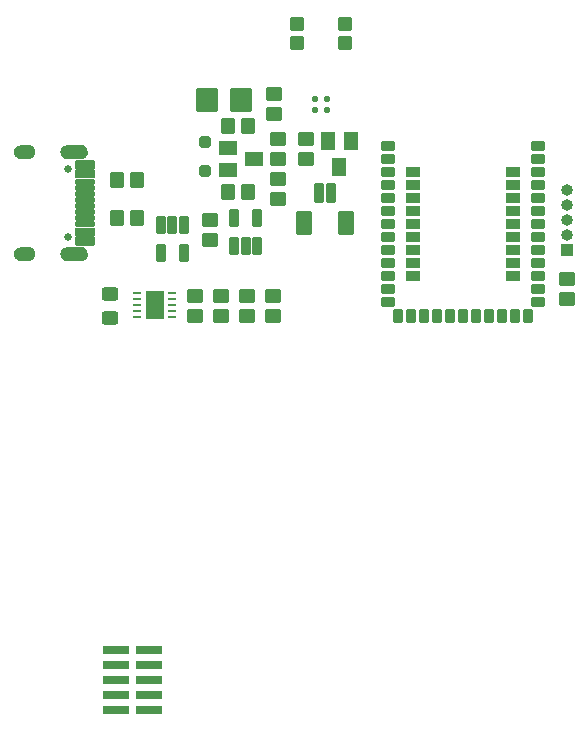
<source format=gbr>
%TF.GenerationSoftware,KiCad,Pcbnew,7.0.6-7.0.6~ubuntu20.04.1*%
%TF.CreationDate,2023-08-02T11:15:27+01:00*%
%TF.ProjectId,concept2creation,636f6e63-6570-4743-9263-72656174696f,rev?*%
%TF.SameCoordinates,Original*%
%TF.FileFunction,Soldermask,Top*%
%TF.FilePolarity,Negative*%
%FSLAX46Y46*%
G04 Gerber Fmt 4.6, Leading zero omitted, Abs format (unit mm)*
G04 Created by KiCad (PCBNEW 7.0.6-7.0.6~ubuntu20.04.1) date 2023-08-02 11:15:27*
%MOMM*%
%LPD*%
G01*
G04 APERTURE LIST*
G04 Aperture macros list*
%AMRoundRect*
0 Rectangle with rounded corners*
0 $1 Rounding radius*
0 $2 $3 $4 $5 $6 $7 $8 $9 X,Y pos of 4 corners*
0 Add a 4 corners polygon primitive as box body*
4,1,4,$2,$3,$4,$5,$6,$7,$8,$9,$2,$3,0*
0 Add four circle primitives for the rounded corners*
1,1,$1+$1,$2,$3*
1,1,$1+$1,$4,$5*
1,1,$1+$1,$6,$7*
1,1,$1+$1,$8,$9*
0 Add four rect primitives between the rounded corners*
20,1,$1+$1,$2,$3,$4,$5,0*
20,1,$1+$1,$4,$5,$6,$7,0*
20,1,$1+$1,$6,$7,$8,$9,0*
20,1,$1+$1,$8,$9,$2,$3,0*%
G04 Aperture macros list end*
%ADD10RoundRect,0.101600X-0.500000X-0.550000X0.500000X-0.550000X0.500000X0.550000X-0.500000X0.550000X0*%
%ADD11R,1.000000X1.000000*%
%ADD12O,1.000000X1.000000*%
%ADD13RoundRect,0.250000X0.250000X-0.250000X0.250000X0.250000X-0.250000X0.250000X-0.250000X-0.250000X0*%
%ADD14RoundRect,0.101600X0.500000X0.700000X-0.500000X0.700000X-0.500000X-0.700000X0.500000X-0.700000X0*%
%ADD15RoundRect,0.101600X-0.700000X0.500000X-0.700000X-0.500000X0.700000X-0.500000X0.700000X0.500000X0*%
%ADD16RoundRect,0.101600X0.550000X-0.500000X0.550000X0.500000X-0.550000X0.500000X-0.550000X-0.500000X0*%
%ADD17C,0.650000*%
%ADD18RoundRect,0.101600X-0.725000X0.150000X-0.725000X-0.150000X0.725000X-0.150000X0.725000X0.150000X0*%
%ADD19RoundRect,0.101600X0.725000X-0.150000X0.725000X0.150000X-0.725000X0.150000X-0.725000X-0.150000X0*%
%ADD20RoundRect,0.101600X-0.725000X0.300000X-0.725000X-0.300000X0.725000X-0.300000X0.725000X0.300000X0*%
%ADD21RoundRect,0.101600X0.725000X-0.300000X0.725000X0.300000X-0.725000X0.300000X-0.725000X-0.300000X0*%
%ADD22RoundRect,0.601600X-0.550000X0.000000X-0.550000X0.000000X0.550000X0.000000X0.550000X0.000000X0*%
%ADD23RoundRect,0.601600X-0.300000X0.000000X-0.300000X0.000000X0.300000X0.000000X0.300000X0.000000X0*%
%ADD24RoundRect,0.101600X-0.725000X0.275000X-0.725000X-0.275000X0.725000X-0.275000X0.725000X0.275000X0*%
%ADD25RoundRect,0.101600X0.725000X-0.275000X0.725000X0.275000X-0.725000X0.275000X-0.725000X-0.275000X0*%
%ADD26RoundRect,0.101600X-0.550000X0.500000X-0.550000X-0.500000X0.550000X-0.500000X0.550000X0.500000X0*%
%ADD27R,0.706399X0.254800*%
%ADD28R,1.600200X2.387600*%
%ADD29RoundRect,0.146600X-0.255000X-0.630000X0.255000X-0.630000X0.255000X0.630000X-0.255000X0.630000X0*%
%ADD30RoundRect,0.101600X-0.450000X-0.500000X0.450000X-0.500000X0.450000X0.500000X-0.450000X0.500000X0*%
%ADD31RoundRect,0.101600X-0.350000X-0.449998X0.350000X-0.449998X0.350000X0.449998X-0.350000X0.449998X0*%
%ADD32RoundRect,0.101600X-0.449998X0.350000X-0.449998X-0.350000X0.449998X-0.350000X0.449998X0.350000X0*%
%ADD33RoundRect,0.101600X0.449998X-0.350000X0.449998X0.350000X-0.449998X0.350000X-0.449998X-0.350000X0*%
%ADD34RoundRect,0.101600X-0.499998X0.350000X-0.499998X-0.350000X0.499998X-0.350000X0.499998X0.350000X0*%
%ADD35RoundRect,0.101600X0.500000X0.550000X-0.500000X0.550000X-0.500000X-0.550000X0.500000X-0.550000X0*%
%ADD36RoundRect,0.101600X-0.800000X-0.901500X0.800000X-0.901500X0.800000X0.901500X-0.800000X0.901500X0*%
%ADD37R,2.220000X0.740000*%
%ADD38RoundRect,0.250000X0.450000X-0.325000X0.450000X0.325000X-0.450000X0.325000X-0.450000X-0.325000X0*%
%ADD39RoundRect,0.146600X0.255000X0.630000X-0.255000X0.630000X-0.255000X-0.630000X0.255000X-0.630000X0*%
%ADD40RoundRect,0.137500X0.137500X-0.137500X0.137500X0.137500X-0.137500X0.137500X-0.137500X-0.137500X0*%
%ADD41RoundRect,0.101600X-0.300000X-0.775000X0.300000X-0.775000X0.300000X0.775000X-0.300000X0.775000X0*%
%ADD42RoundRect,0.101600X-0.600000X-0.900000X0.600000X-0.900000X0.600000X0.900000X-0.600000X0.900000X0*%
G04 APERTURE END LIST*
%TO.C,J1*%
G36*
X29830195Y-80050684D02*
G01*
X29968426Y-80114354D01*
X30085466Y-80211632D01*
X30173537Y-80336161D01*
X30240052Y-80629669D01*
X30226064Y-80781350D01*
X30173342Y-80924114D01*
X30085466Y-81048368D01*
X29968426Y-81145646D01*
X29830195Y-81209316D01*
X29680426Y-81235000D01*
X28479552Y-81235000D01*
X28331226Y-81208178D01*
X28194706Y-81143791D01*
X28079503Y-81046264D01*
X27993467Y-80922243D01*
X27942462Y-80780181D01*
X27929983Y-80630000D01*
X27942462Y-80479819D01*
X27993467Y-80337757D01*
X28079503Y-80213736D01*
X28194962Y-80115991D01*
X28479219Y-80025000D01*
X29680426Y-80025000D01*
X29830195Y-80050684D01*
G37*
G36*
X25357309Y-80049006D02*
G01*
X25504088Y-80109092D01*
X25630315Y-80205119D01*
X25727593Y-80330811D01*
X25810091Y-80633666D01*
X25788689Y-80791178D01*
X25727387Y-80937455D01*
X25630315Y-81062881D01*
X25504088Y-81158908D01*
X25357309Y-81218994D01*
X25200317Y-81239000D01*
X24599662Y-81239000D01*
X24444115Y-81217860D01*
X24299045Y-81157057D01*
X24174655Y-81060780D01*
X24079422Y-80935588D01*
X24019835Y-80790015D01*
X23999960Y-80634000D01*
X24019835Y-80477985D01*
X24079422Y-80332412D01*
X24174655Y-80207220D01*
X24299311Y-80110737D01*
X24599331Y-80029000D01*
X25200317Y-80029000D01*
X25357309Y-80049006D01*
G37*
G36*
X29830195Y-88690684D02*
G01*
X29968426Y-88754354D01*
X30085466Y-88851632D01*
X30173537Y-88976161D01*
X30240052Y-89269669D01*
X30226064Y-89421350D01*
X30173342Y-89564114D01*
X30085466Y-89688368D01*
X29968426Y-89785646D01*
X29830195Y-89849316D01*
X29680426Y-89875000D01*
X28479552Y-89875000D01*
X28331226Y-89848178D01*
X28194706Y-89783791D01*
X28079503Y-89686264D01*
X27993467Y-89562243D01*
X27942462Y-89420181D01*
X27929983Y-89270000D01*
X27942462Y-89119819D01*
X27993467Y-88977757D01*
X28079503Y-88853736D01*
X28194962Y-88755991D01*
X28479219Y-88665000D01*
X29680426Y-88665000D01*
X29830195Y-88690684D01*
G37*
G36*
X25357309Y-88685006D02*
G01*
X25504088Y-88745092D01*
X25630315Y-88841119D01*
X25727593Y-88966811D01*
X25810091Y-89269666D01*
X25788689Y-89427178D01*
X25727387Y-89573455D01*
X25630315Y-89698881D01*
X25504088Y-89794908D01*
X25357309Y-89854994D01*
X25200317Y-89875000D01*
X24599662Y-89875000D01*
X24444115Y-89853860D01*
X24299045Y-89793057D01*
X24174655Y-89696780D01*
X24079422Y-89571588D01*
X24019835Y-89426015D01*
X23999960Y-89270000D01*
X24019835Y-89113985D01*
X24079422Y-88968412D01*
X24174655Y-88843220D01*
X24299311Y-88746737D01*
X24599331Y-88665000D01*
X25200317Y-88665000D01*
X25357309Y-88685006D01*
G37*
%TD*%
D10*
%TO.C,R99*%
X32750000Y-83000000D03*
X34450000Y-83000000D03*
%TD*%
D11*
%TO.C,J2*%
X70800000Y-88940000D03*
D12*
X70800000Y-87670000D03*
X70800000Y-86400000D03*
X70800000Y-85130000D03*
X70800000Y-83860000D03*
%TD*%
D10*
%TO.C,R100*%
X32750000Y-86200000D03*
X34450000Y-86200000D03*
%TD*%
D13*
%TO.C,D122*%
X40200000Y-82250000D03*
X40200000Y-79750000D03*
%TD*%
D10*
%TO.C,C2*%
X42150000Y-84000000D03*
X43850000Y-84000000D03*
%TD*%
D14*
%TO.C,U2*%
X52489600Y-79700000D03*
X50589600Y-79700000D03*
X51539600Y-81900000D03*
%TD*%
D15*
%TO.C,Q6*%
X42100000Y-80250000D03*
X42100000Y-82150000D03*
X44300000Y-81200000D03*
%TD*%
D16*
%TO.C,R90*%
X46339600Y-84650000D03*
X46339600Y-82950000D03*
%TD*%
%TO.C,R92*%
X46339600Y-81250000D03*
X46339600Y-79550000D03*
%TD*%
%TO.C,R95*%
X40600000Y-88049000D03*
X40600000Y-86349000D03*
%TD*%
D17*
%TO.C,J1*%
X28555000Y-82060000D03*
X28555000Y-87840000D03*
D18*
X30000000Y-83700000D03*
X30000000Y-84700000D03*
D19*
X30000000Y-85200000D03*
X30000000Y-86200000D03*
X30000000Y-86700000D03*
X30000000Y-85700000D03*
D18*
X30000000Y-84200000D03*
X30000000Y-83200000D03*
D20*
X30000000Y-81725000D03*
D21*
X30000000Y-88175000D03*
D22*
X29085000Y-80630000D03*
D23*
X24905000Y-80630000D03*
D22*
X29085000Y-89270000D03*
D23*
X24905000Y-89270000D03*
D24*
X30000000Y-82500000D03*
D25*
X30000000Y-87400000D03*
%TD*%
D26*
%TO.C,C5*%
X41495801Y-92802000D03*
X41495801Y-94502000D03*
%TD*%
%TO.C,C3*%
X45895801Y-92802000D03*
X45895801Y-94502000D03*
%TD*%
D27*
%TO.C,U3*%
X34407600Y-92599999D03*
X34407600Y-93100001D03*
X34407600Y-93600000D03*
X34407600Y-94099999D03*
X34407600Y-94600001D03*
X37400000Y-94600001D03*
X37400000Y-94099999D03*
X37400000Y-93600000D03*
X37400000Y-93100001D03*
X37400000Y-92599999D03*
D28*
X35903800Y-93600000D03*
%TD*%
D29*
%TO.C,VREG1*%
X38350000Y-86815000D03*
X37400000Y-86815000D03*
X36450000Y-86815000D03*
X36450000Y-89185000D03*
X38350000Y-89185000D03*
%TD*%
D30*
%TO.C,S1*%
X52050000Y-69800000D03*
X47950000Y-69800000D03*
X47950000Y-71400000D03*
X52050000Y-71400000D03*
%TD*%
D31*
%TO.C,M1*%
X67500009Y-94550000D03*
X66400012Y-94550000D03*
D32*
X55650022Y-80150004D03*
D33*
X68350021Y-93350003D03*
X68350021Y-80150004D03*
D32*
X55650022Y-86750015D03*
X55650022Y-85649994D03*
X55650022Y-92250003D03*
X55650022Y-93350003D03*
D34*
X57750019Y-90050009D03*
D31*
X57600032Y-94550000D03*
D34*
X57750019Y-88950012D03*
D33*
X68350021Y-82350000D03*
X68350021Y-81250000D03*
D34*
X57750019Y-85649994D03*
D31*
X59800000Y-94550000D03*
D34*
X66250000Y-90050009D03*
X66250000Y-88950012D03*
X66250000Y-87850012D03*
X66250000Y-91150006D03*
X66250000Y-86749991D03*
D31*
X64200015Y-94550000D03*
X63100018Y-94550000D03*
D34*
X66250000Y-85649994D03*
D31*
X62000021Y-94550000D03*
D33*
X68350021Y-92250003D03*
D31*
X60899997Y-94550000D03*
D34*
X66250000Y-84550019D03*
X57750019Y-84550019D03*
X57750019Y-91150006D03*
X57750019Y-87850012D03*
D32*
X55650022Y-87850012D03*
X55650022Y-88950012D03*
X55650022Y-90050009D03*
X55650022Y-91150006D03*
D33*
X68350021Y-91150006D03*
X68350021Y-88950012D03*
X68350021Y-87850012D03*
X68350021Y-90050009D03*
X68350021Y-84550019D03*
D34*
X66250000Y-83450022D03*
D33*
X68350021Y-83450022D03*
D34*
X66250000Y-82350000D03*
X57750019Y-86749991D03*
D31*
X58700004Y-94550000D03*
D32*
X55650022Y-82350000D03*
X55650022Y-81250000D03*
D34*
X57750019Y-83450022D03*
D32*
X55650022Y-83450022D03*
D34*
X57750019Y-82350000D03*
D32*
X55650022Y-84549994D03*
D33*
X68350021Y-86750015D03*
X68350021Y-85649994D03*
D31*
X65300015Y-94550000D03*
X56500007Y-94550000D03*
%TD*%
D16*
%TO.C,R91*%
X70800000Y-93050000D03*
X70800000Y-91350000D03*
%TD*%
D35*
%TO.C,C1*%
X43850000Y-78400000D03*
X42150000Y-78400000D03*
%TD*%
D16*
%TO.C,R98*%
X48739600Y-81250000D03*
X48739600Y-79550000D03*
%TD*%
D26*
%TO.C,C4*%
X43695801Y-92802000D03*
X43695801Y-94502000D03*
%TD*%
D16*
%TO.C,R1*%
X39295801Y-94502000D03*
X39295801Y-92802000D03*
%TD*%
D36*
%TO.C,FUSE1*%
X40378000Y-76200000D03*
X43222000Y-76200000D03*
%TD*%
D37*
%TO.C,J3*%
X32670000Y-127890000D03*
X35400000Y-127890000D03*
X32670000Y-126620000D03*
X35400000Y-126620000D03*
X32670000Y-125350000D03*
X35400000Y-125350000D03*
X32670000Y-124080000D03*
X35400000Y-124080000D03*
X32670000Y-122810000D03*
X35400000Y-122810000D03*
%TD*%
D26*
%TO.C,R96*%
X46000000Y-75750000D03*
X46000000Y-77450000D03*
%TD*%
D38*
%TO.C,L1*%
X32095801Y-94677000D03*
X32095801Y-92627000D03*
%TD*%
D39*
%TO.C,U1*%
X42650000Y-88585000D03*
X43600000Y-88585000D03*
X44550000Y-88585000D03*
X44550000Y-86215000D03*
X42650000Y-86215000D03*
%TD*%
D40*
%TO.C,LED1*%
X50475000Y-77075000D03*
X50475000Y-76125000D03*
X49525000Y-76125000D03*
X49525000Y-77075000D03*
%TD*%
D41*
%TO.C,X1*%
X50839600Y-84075000D03*
X49839600Y-84075000D03*
D42*
X52139600Y-86600000D03*
X48539600Y-86600000D03*
%TD*%
M02*

</source>
